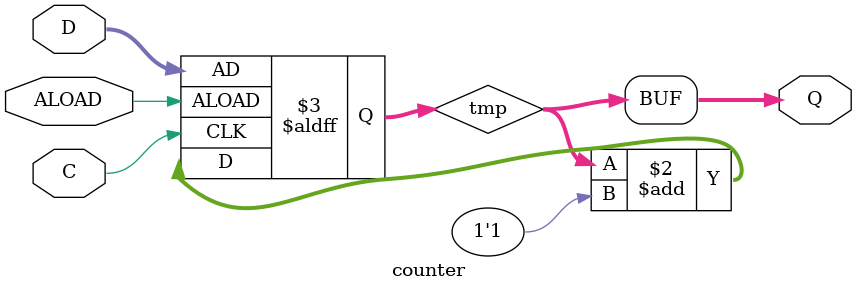
<source format=v>
`timescale 1ns / 1ps
module counter(C, ALOAD, D, Q);
input C, ALOAD;
input [3:0] D;
output [3:0] Q;
reg [3:0] tmp;
always @(posedge C or posedge ALOAD)
begin
if (ALOAD)
tmp = D;
else
tmp = tmp + 1'b1;
end
assign Q = tmp;


endmodule

</source>
